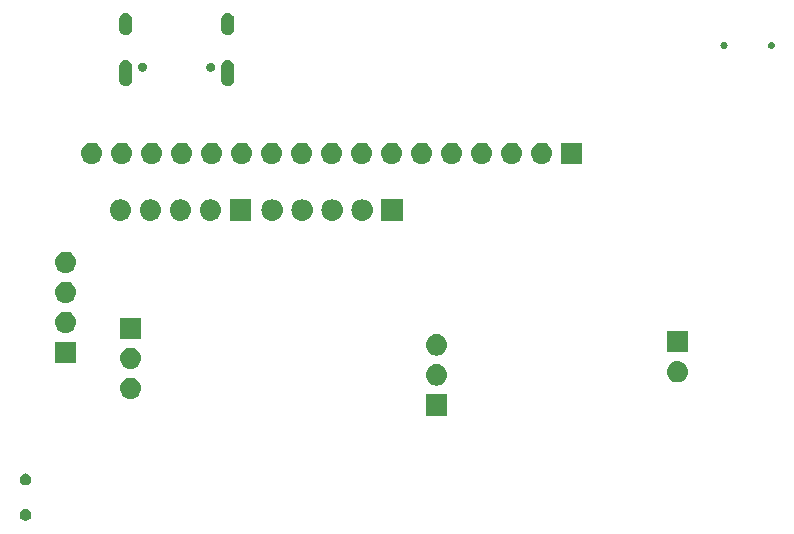
<source format=gbr>
G04 #@! TF.GenerationSoftware,KiCad,Pcbnew,5.1.2*
G04 #@! TF.CreationDate,2019-06-16T23:28:02-05:00*
G04 #@! TF.ProjectId,SM16106,534d3136-3130-4362-9e6b-696361645f70,rev?*
G04 #@! TF.SameCoordinates,Original*
G04 #@! TF.FileFunction,Soldermask,Bot*
G04 #@! TF.FilePolarity,Negative*
%FSLAX46Y46*%
G04 Gerber Fmt 4.6, Leading zero omitted, Abs format (unit mm)*
G04 Created by KiCad (PCBNEW 5.1.2) date 2019-06-16 23:28:02*
%MOMM*%
%LPD*%
G04 APERTURE LIST*
%ADD10C,0.100000*%
G04 APERTURE END LIST*
D10*
G36*
X132797740Y-72208626D02*
G01*
X132846136Y-72218253D01*
X132883902Y-72233896D01*
X132937311Y-72256019D01*
X132937312Y-72256020D01*
X133019369Y-72310848D01*
X133089152Y-72380631D01*
X133089153Y-72380633D01*
X133143981Y-72462689D01*
X133181747Y-72553865D01*
X133201000Y-72650655D01*
X133201000Y-72749345D01*
X133181747Y-72846135D01*
X133143981Y-72937311D01*
X133143980Y-72937312D01*
X133089152Y-73019369D01*
X133019369Y-73089152D01*
X132978062Y-73116752D01*
X132937311Y-73143981D01*
X132883902Y-73166104D01*
X132846136Y-73181747D01*
X132797740Y-73191374D01*
X132749345Y-73201000D01*
X132650655Y-73201000D01*
X132602260Y-73191374D01*
X132553864Y-73181747D01*
X132516098Y-73166104D01*
X132462689Y-73143981D01*
X132421938Y-73116752D01*
X132380631Y-73089152D01*
X132310848Y-73019369D01*
X132256020Y-72937312D01*
X132256019Y-72937311D01*
X132218253Y-72846135D01*
X132199000Y-72749345D01*
X132199000Y-72650655D01*
X132218253Y-72553865D01*
X132256019Y-72462689D01*
X132310847Y-72380633D01*
X132310848Y-72380631D01*
X132380631Y-72310848D01*
X132462688Y-72256020D01*
X132462689Y-72256019D01*
X132516098Y-72233896D01*
X132553864Y-72218253D01*
X132602260Y-72208626D01*
X132650655Y-72199000D01*
X132749345Y-72199000D01*
X132797740Y-72208626D01*
X132797740Y-72208626D01*
G37*
G36*
X132797740Y-69208626D02*
G01*
X132846136Y-69218253D01*
X132883902Y-69233896D01*
X132937311Y-69256019D01*
X132937312Y-69256020D01*
X133019369Y-69310848D01*
X133089152Y-69380631D01*
X133089153Y-69380633D01*
X133143981Y-69462689D01*
X133181747Y-69553865D01*
X133201000Y-69650655D01*
X133201000Y-69749345D01*
X133181747Y-69846135D01*
X133143981Y-69937311D01*
X133143980Y-69937312D01*
X133089152Y-70019369D01*
X133019369Y-70089152D01*
X132978062Y-70116752D01*
X132937311Y-70143981D01*
X132883902Y-70166104D01*
X132846136Y-70181747D01*
X132797740Y-70191374D01*
X132749345Y-70201000D01*
X132650655Y-70201000D01*
X132602260Y-70191374D01*
X132553864Y-70181747D01*
X132516098Y-70166104D01*
X132462689Y-70143981D01*
X132421938Y-70116752D01*
X132380631Y-70089152D01*
X132310848Y-70019369D01*
X132256020Y-69937312D01*
X132256019Y-69937311D01*
X132218253Y-69846135D01*
X132199000Y-69749345D01*
X132199000Y-69650655D01*
X132218253Y-69553865D01*
X132256019Y-69462689D01*
X132310847Y-69380633D01*
X132310848Y-69380631D01*
X132380631Y-69310848D01*
X132462688Y-69256020D01*
X132462689Y-69256019D01*
X132516098Y-69233896D01*
X132553864Y-69218253D01*
X132602260Y-69208626D01*
X132650655Y-69199000D01*
X132749345Y-69199000D01*
X132797740Y-69208626D01*
X132797740Y-69208626D01*
G37*
G36*
X168401000Y-64301000D02*
G01*
X166599000Y-64301000D01*
X166599000Y-62499000D01*
X168401000Y-62499000D01*
X168401000Y-64301000D01*
X168401000Y-64301000D01*
G37*
G36*
X141710443Y-61105519D02*
G01*
X141776627Y-61112037D01*
X141946466Y-61163557D01*
X142102991Y-61247222D01*
X142138729Y-61276552D01*
X142240186Y-61359814D01*
X142294865Y-61426442D01*
X142352778Y-61497009D01*
X142436443Y-61653534D01*
X142487963Y-61823373D01*
X142505359Y-62000000D01*
X142487963Y-62176627D01*
X142436443Y-62346466D01*
X142352778Y-62502991D01*
X142323448Y-62538729D01*
X142240186Y-62640186D01*
X142138729Y-62723448D01*
X142102991Y-62752778D01*
X141946466Y-62836443D01*
X141776627Y-62887963D01*
X141710442Y-62894482D01*
X141644260Y-62901000D01*
X141555740Y-62901000D01*
X141489558Y-62894482D01*
X141423373Y-62887963D01*
X141253534Y-62836443D01*
X141097009Y-62752778D01*
X141061271Y-62723448D01*
X140959814Y-62640186D01*
X140876552Y-62538729D01*
X140847222Y-62502991D01*
X140763557Y-62346466D01*
X140712037Y-62176627D01*
X140694641Y-62000000D01*
X140712037Y-61823373D01*
X140763557Y-61653534D01*
X140847222Y-61497009D01*
X140905135Y-61426442D01*
X140959814Y-61359814D01*
X141061271Y-61276552D01*
X141097009Y-61247222D01*
X141253534Y-61163557D01*
X141423373Y-61112037D01*
X141489557Y-61105519D01*
X141555740Y-61099000D01*
X141644260Y-61099000D01*
X141710443Y-61105519D01*
X141710443Y-61105519D01*
G37*
G36*
X167610443Y-59965519D02*
G01*
X167676627Y-59972037D01*
X167846466Y-60023557D01*
X168002991Y-60107222D01*
X168038729Y-60136552D01*
X168140186Y-60219814D01*
X168223448Y-60321271D01*
X168252778Y-60357009D01*
X168336443Y-60513534D01*
X168387963Y-60683373D01*
X168405359Y-60860000D01*
X168387963Y-61036627D01*
X168336443Y-61206466D01*
X168252778Y-61362991D01*
X168223448Y-61398729D01*
X168140186Y-61500186D01*
X168038729Y-61583448D01*
X168002991Y-61612778D01*
X167846466Y-61696443D01*
X167676627Y-61747963D01*
X167610442Y-61754482D01*
X167544260Y-61761000D01*
X167455740Y-61761000D01*
X167389558Y-61754482D01*
X167323373Y-61747963D01*
X167153534Y-61696443D01*
X166997009Y-61612778D01*
X166961271Y-61583448D01*
X166859814Y-61500186D01*
X166776552Y-61398729D01*
X166747222Y-61362991D01*
X166663557Y-61206466D01*
X166612037Y-61036627D01*
X166594641Y-60860000D01*
X166612037Y-60683373D01*
X166663557Y-60513534D01*
X166747222Y-60357009D01*
X166776552Y-60321271D01*
X166859814Y-60219814D01*
X166961271Y-60136552D01*
X166997009Y-60107222D01*
X167153534Y-60023557D01*
X167323373Y-59972037D01*
X167389557Y-59965519D01*
X167455740Y-59959000D01*
X167544260Y-59959000D01*
X167610443Y-59965519D01*
X167610443Y-59965519D01*
G37*
G36*
X188010443Y-59695519D02*
G01*
X188076627Y-59702037D01*
X188246466Y-59753557D01*
X188402991Y-59837222D01*
X188407594Y-59841000D01*
X188540186Y-59949814D01*
X188600704Y-60023557D01*
X188652778Y-60087009D01*
X188736443Y-60243534D01*
X188787963Y-60413373D01*
X188805359Y-60590000D01*
X188787963Y-60766627D01*
X188736443Y-60936466D01*
X188652778Y-61092991D01*
X188637147Y-61112037D01*
X188540186Y-61230186D01*
X188438729Y-61313448D01*
X188402991Y-61342778D01*
X188246466Y-61426443D01*
X188076627Y-61477963D01*
X188010442Y-61484482D01*
X187944260Y-61491000D01*
X187855740Y-61491000D01*
X187789558Y-61484482D01*
X187723373Y-61477963D01*
X187553534Y-61426443D01*
X187397009Y-61342778D01*
X187361271Y-61313448D01*
X187259814Y-61230186D01*
X187162853Y-61112037D01*
X187147222Y-61092991D01*
X187063557Y-60936466D01*
X187012037Y-60766627D01*
X186994641Y-60590000D01*
X187012037Y-60413373D01*
X187063557Y-60243534D01*
X187147222Y-60087009D01*
X187199296Y-60023557D01*
X187259814Y-59949814D01*
X187392406Y-59841000D01*
X187397009Y-59837222D01*
X187553534Y-59753557D01*
X187723373Y-59702037D01*
X187789557Y-59695519D01*
X187855740Y-59689000D01*
X187944260Y-59689000D01*
X188010443Y-59695519D01*
X188010443Y-59695519D01*
G37*
G36*
X141710442Y-58565518D02*
G01*
X141776627Y-58572037D01*
X141946466Y-58623557D01*
X142102991Y-58707222D01*
X142138729Y-58736552D01*
X142240186Y-58819814D01*
X142323448Y-58921271D01*
X142352778Y-58957009D01*
X142436443Y-59113534D01*
X142487963Y-59283373D01*
X142505359Y-59460000D01*
X142487963Y-59636627D01*
X142436443Y-59806466D01*
X142352778Y-59962991D01*
X142345354Y-59972037D01*
X142240186Y-60100186D01*
X142138729Y-60183448D01*
X142102991Y-60212778D01*
X141946466Y-60296443D01*
X141776627Y-60347963D01*
X141710442Y-60354482D01*
X141644260Y-60361000D01*
X141555740Y-60361000D01*
X141489558Y-60354482D01*
X141423373Y-60347963D01*
X141253534Y-60296443D01*
X141097009Y-60212778D01*
X141061271Y-60183448D01*
X140959814Y-60100186D01*
X140854646Y-59972037D01*
X140847222Y-59962991D01*
X140763557Y-59806466D01*
X140712037Y-59636627D01*
X140694641Y-59460000D01*
X140712037Y-59283373D01*
X140763557Y-59113534D01*
X140847222Y-58957009D01*
X140876552Y-58921271D01*
X140959814Y-58819814D01*
X141061271Y-58736552D01*
X141097009Y-58707222D01*
X141253534Y-58623557D01*
X141423373Y-58572037D01*
X141489558Y-58565518D01*
X141555740Y-58559000D01*
X141644260Y-58559000D01*
X141710442Y-58565518D01*
X141710442Y-58565518D01*
G37*
G36*
X137001000Y-59841000D02*
G01*
X135199000Y-59841000D01*
X135199000Y-58039000D01*
X137001000Y-58039000D01*
X137001000Y-59841000D01*
X137001000Y-59841000D01*
G37*
G36*
X167610442Y-57425518D02*
G01*
X167676627Y-57432037D01*
X167846466Y-57483557D01*
X168002991Y-57567222D01*
X168038729Y-57596552D01*
X168140186Y-57679814D01*
X168223448Y-57781271D01*
X168252778Y-57817009D01*
X168336443Y-57973534D01*
X168387963Y-58143373D01*
X168405359Y-58320000D01*
X168387963Y-58496627D01*
X168336443Y-58666466D01*
X168252778Y-58822991D01*
X168223448Y-58858729D01*
X168140186Y-58960186D01*
X168038729Y-59043448D01*
X168002991Y-59072778D01*
X167846466Y-59156443D01*
X167676627Y-59207963D01*
X167610443Y-59214481D01*
X167544260Y-59221000D01*
X167455740Y-59221000D01*
X167389557Y-59214481D01*
X167323373Y-59207963D01*
X167153534Y-59156443D01*
X166997009Y-59072778D01*
X166961271Y-59043448D01*
X166859814Y-58960186D01*
X166776552Y-58858729D01*
X166747222Y-58822991D01*
X166663557Y-58666466D01*
X166612037Y-58496627D01*
X166594641Y-58320000D01*
X166612037Y-58143373D01*
X166663557Y-57973534D01*
X166747222Y-57817009D01*
X166776552Y-57781271D01*
X166859814Y-57679814D01*
X166961271Y-57596552D01*
X166997009Y-57567222D01*
X167153534Y-57483557D01*
X167323373Y-57432037D01*
X167389558Y-57425518D01*
X167455740Y-57419000D01*
X167544260Y-57419000D01*
X167610442Y-57425518D01*
X167610442Y-57425518D01*
G37*
G36*
X188801000Y-58951000D02*
G01*
X186999000Y-58951000D01*
X186999000Y-57149000D01*
X188801000Y-57149000D01*
X188801000Y-58951000D01*
X188801000Y-58951000D01*
G37*
G36*
X142501000Y-57821000D02*
G01*
X140699000Y-57821000D01*
X140699000Y-56019000D01*
X142501000Y-56019000D01*
X142501000Y-57821000D01*
X142501000Y-57821000D01*
G37*
G36*
X136210443Y-55505519D02*
G01*
X136276627Y-55512037D01*
X136446466Y-55563557D01*
X136602991Y-55647222D01*
X136638729Y-55676552D01*
X136740186Y-55759814D01*
X136823448Y-55861271D01*
X136852778Y-55897009D01*
X136936443Y-56053534D01*
X136987963Y-56223373D01*
X137005359Y-56400000D01*
X136987963Y-56576627D01*
X136936443Y-56746466D01*
X136852778Y-56902991D01*
X136823448Y-56938729D01*
X136740186Y-57040186D01*
X136638729Y-57123448D01*
X136602991Y-57152778D01*
X136446466Y-57236443D01*
X136276627Y-57287963D01*
X136210443Y-57294481D01*
X136144260Y-57301000D01*
X136055740Y-57301000D01*
X135989557Y-57294481D01*
X135923373Y-57287963D01*
X135753534Y-57236443D01*
X135597009Y-57152778D01*
X135561271Y-57123448D01*
X135459814Y-57040186D01*
X135376552Y-56938729D01*
X135347222Y-56902991D01*
X135263557Y-56746466D01*
X135212037Y-56576627D01*
X135194641Y-56400000D01*
X135212037Y-56223373D01*
X135263557Y-56053534D01*
X135347222Y-55897009D01*
X135376552Y-55861271D01*
X135459814Y-55759814D01*
X135561271Y-55676552D01*
X135597009Y-55647222D01*
X135753534Y-55563557D01*
X135923373Y-55512037D01*
X135989557Y-55505519D01*
X136055740Y-55499000D01*
X136144260Y-55499000D01*
X136210443Y-55505519D01*
X136210443Y-55505519D01*
G37*
G36*
X136210443Y-52965519D02*
G01*
X136276627Y-52972037D01*
X136446466Y-53023557D01*
X136602991Y-53107222D01*
X136638729Y-53136552D01*
X136740186Y-53219814D01*
X136823448Y-53321271D01*
X136852778Y-53357009D01*
X136936443Y-53513534D01*
X136987963Y-53683373D01*
X137005359Y-53860000D01*
X136987963Y-54036627D01*
X136936443Y-54206466D01*
X136852778Y-54362991D01*
X136823448Y-54398729D01*
X136740186Y-54500186D01*
X136638729Y-54583448D01*
X136602991Y-54612778D01*
X136446466Y-54696443D01*
X136276627Y-54747963D01*
X136210442Y-54754482D01*
X136144260Y-54761000D01*
X136055740Y-54761000D01*
X135989558Y-54754482D01*
X135923373Y-54747963D01*
X135753534Y-54696443D01*
X135597009Y-54612778D01*
X135561271Y-54583448D01*
X135459814Y-54500186D01*
X135376552Y-54398729D01*
X135347222Y-54362991D01*
X135263557Y-54206466D01*
X135212037Y-54036627D01*
X135194641Y-53860000D01*
X135212037Y-53683373D01*
X135263557Y-53513534D01*
X135347222Y-53357009D01*
X135376552Y-53321271D01*
X135459814Y-53219814D01*
X135561271Y-53136552D01*
X135597009Y-53107222D01*
X135753534Y-53023557D01*
X135923373Y-52972037D01*
X135989557Y-52965519D01*
X136055740Y-52959000D01*
X136144260Y-52959000D01*
X136210443Y-52965519D01*
X136210443Y-52965519D01*
G37*
G36*
X136210443Y-50425519D02*
G01*
X136276627Y-50432037D01*
X136446466Y-50483557D01*
X136602991Y-50567222D01*
X136638729Y-50596552D01*
X136740186Y-50679814D01*
X136823448Y-50781271D01*
X136852778Y-50817009D01*
X136936443Y-50973534D01*
X136987963Y-51143373D01*
X137005359Y-51320000D01*
X136987963Y-51496627D01*
X136936443Y-51666466D01*
X136852778Y-51822991D01*
X136823448Y-51858729D01*
X136740186Y-51960186D01*
X136638729Y-52043448D01*
X136602991Y-52072778D01*
X136446466Y-52156443D01*
X136276627Y-52207963D01*
X136210443Y-52214481D01*
X136144260Y-52221000D01*
X136055740Y-52221000D01*
X135989557Y-52214481D01*
X135923373Y-52207963D01*
X135753534Y-52156443D01*
X135597009Y-52072778D01*
X135561271Y-52043448D01*
X135459814Y-51960186D01*
X135376552Y-51858729D01*
X135347222Y-51822991D01*
X135263557Y-51666466D01*
X135212037Y-51496627D01*
X135194641Y-51320000D01*
X135212037Y-51143373D01*
X135263557Y-50973534D01*
X135347222Y-50817009D01*
X135376552Y-50781271D01*
X135459814Y-50679814D01*
X135561271Y-50596552D01*
X135597009Y-50567222D01*
X135753534Y-50483557D01*
X135923373Y-50432037D01*
X135989557Y-50425519D01*
X136055740Y-50419000D01*
X136144260Y-50419000D01*
X136210443Y-50425519D01*
X136210443Y-50425519D01*
G37*
G36*
X158770442Y-46005518D02*
G01*
X158836627Y-46012037D01*
X159006466Y-46063557D01*
X159162991Y-46147222D01*
X159198729Y-46176552D01*
X159300186Y-46259814D01*
X159383448Y-46361271D01*
X159412778Y-46397009D01*
X159496443Y-46553534D01*
X159547963Y-46723373D01*
X159565359Y-46900000D01*
X159547963Y-47076627D01*
X159496443Y-47246466D01*
X159412778Y-47402991D01*
X159383448Y-47438729D01*
X159300186Y-47540186D01*
X159198729Y-47623448D01*
X159162991Y-47652778D01*
X159006466Y-47736443D01*
X158836627Y-47787963D01*
X158770442Y-47794482D01*
X158704260Y-47801000D01*
X158615740Y-47801000D01*
X158549558Y-47794482D01*
X158483373Y-47787963D01*
X158313534Y-47736443D01*
X158157009Y-47652778D01*
X158121271Y-47623448D01*
X158019814Y-47540186D01*
X157936552Y-47438729D01*
X157907222Y-47402991D01*
X157823557Y-47246466D01*
X157772037Y-47076627D01*
X157754641Y-46900000D01*
X157772037Y-46723373D01*
X157823557Y-46553534D01*
X157907222Y-46397009D01*
X157936552Y-46361271D01*
X158019814Y-46259814D01*
X158121271Y-46176552D01*
X158157009Y-46147222D01*
X158313534Y-46063557D01*
X158483373Y-46012037D01*
X158549558Y-46005518D01*
X158615740Y-45999000D01*
X158704260Y-45999000D01*
X158770442Y-46005518D01*
X158770442Y-46005518D01*
G37*
G36*
X145930442Y-46005518D02*
G01*
X145996627Y-46012037D01*
X146166466Y-46063557D01*
X146322991Y-46147222D01*
X146358729Y-46176552D01*
X146460186Y-46259814D01*
X146543448Y-46361271D01*
X146572778Y-46397009D01*
X146656443Y-46553534D01*
X146707963Y-46723373D01*
X146725359Y-46900000D01*
X146707963Y-47076627D01*
X146656443Y-47246466D01*
X146572778Y-47402991D01*
X146543448Y-47438729D01*
X146460186Y-47540186D01*
X146358729Y-47623448D01*
X146322991Y-47652778D01*
X146166466Y-47736443D01*
X145996627Y-47787963D01*
X145930442Y-47794482D01*
X145864260Y-47801000D01*
X145775740Y-47801000D01*
X145709558Y-47794482D01*
X145643373Y-47787963D01*
X145473534Y-47736443D01*
X145317009Y-47652778D01*
X145281271Y-47623448D01*
X145179814Y-47540186D01*
X145096552Y-47438729D01*
X145067222Y-47402991D01*
X144983557Y-47246466D01*
X144932037Y-47076627D01*
X144914641Y-46900000D01*
X144932037Y-46723373D01*
X144983557Y-46553534D01*
X145067222Y-46397009D01*
X145096552Y-46361271D01*
X145179814Y-46259814D01*
X145281271Y-46176552D01*
X145317009Y-46147222D01*
X145473534Y-46063557D01*
X145643373Y-46012037D01*
X145709558Y-46005518D01*
X145775740Y-45999000D01*
X145864260Y-45999000D01*
X145930442Y-46005518D01*
X145930442Y-46005518D01*
G37*
G36*
X148470442Y-46005518D02*
G01*
X148536627Y-46012037D01*
X148706466Y-46063557D01*
X148862991Y-46147222D01*
X148898729Y-46176552D01*
X149000186Y-46259814D01*
X149083448Y-46361271D01*
X149112778Y-46397009D01*
X149196443Y-46553534D01*
X149247963Y-46723373D01*
X149265359Y-46900000D01*
X149247963Y-47076627D01*
X149196443Y-47246466D01*
X149112778Y-47402991D01*
X149083448Y-47438729D01*
X149000186Y-47540186D01*
X148898729Y-47623448D01*
X148862991Y-47652778D01*
X148706466Y-47736443D01*
X148536627Y-47787963D01*
X148470442Y-47794482D01*
X148404260Y-47801000D01*
X148315740Y-47801000D01*
X148249558Y-47794482D01*
X148183373Y-47787963D01*
X148013534Y-47736443D01*
X147857009Y-47652778D01*
X147821271Y-47623448D01*
X147719814Y-47540186D01*
X147636552Y-47438729D01*
X147607222Y-47402991D01*
X147523557Y-47246466D01*
X147472037Y-47076627D01*
X147454641Y-46900000D01*
X147472037Y-46723373D01*
X147523557Y-46553534D01*
X147607222Y-46397009D01*
X147636552Y-46361271D01*
X147719814Y-46259814D01*
X147821271Y-46176552D01*
X147857009Y-46147222D01*
X148013534Y-46063557D01*
X148183373Y-46012037D01*
X148249558Y-46005518D01*
X148315740Y-45999000D01*
X148404260Y-45999000D01*
X148470442Y-46005518D01*
X148470442Y-46005518D01*
G37*
G36*
X151801000Y-47801000D02*
G01*
X149999000Y-47801000D01*
X149999000Y-45999000D01*
X151801000Y-45999000D01*
X151801000Y-47801000D01*
X151801000Y-47801000D01*
G37*
G36*
X153690442Y-46005518D02*
G01*
X153756627Y-46012037D01*
X153926466Y-46063557D01*
X154082991Y-46147222D01*
X154118729Y-46176552D01*
X154220186Y-46259814D01*
X154303448Y-46361271D01*
X154332778Y-46397009D01*
X154416443Y-46553534D01*
X154467963Y-46723373D01*
X154485359Y-46900000D01*
X154467963Y-47076627D01*
X154416443Y-47246466D01*
X154332778Y-47402991D01*
X154303448Y-47438729D01*
X154220186Y-47540186D01*
X154118729Y-47623448D01*
X154082991Y-47652778D01*
X153926466Y-47736443D01*
X153756627Y-47787963D01*
X153690442Y-47794482D01*
X153624260Y-47801000D01*
X153535740Y-47801000D01*
X153469558Y-47794482D01*
X153403373Y-47787963D01*
X153233534Y-47736443D01*
X153077009Y-47652778D01*
X153041271Y-47623448D01*
X152939814Y-47540186D01*
X152856552Y-47438729D01*
X152827222Y-47402991D01*
X152743557Y-47246466D01*
X152692037Y-47076627D01*
X152674641Y-46900000D01*
X152692037Y-46723373D01*
X152743557Y-46553534D01*
X152827222Y-46397009D01*
X152856552Y-46361271D01*
X152939814Y-46259814D01*
X153041271Y-46176552D01*
X153077009Y-46147222D01*
X153233534Y-46063557D01*
X153403373Y-46012037D01*
X153469558Y-46005518D01*
X153535740Y-45999000D01*
X153624260Y-45999000D01*
X153690442Y-46005518D01*
X153690442Y-46005518D01*
G37*
G36*
X140850442Y-46005518D02*
G01*
X140916627Y-46012037D01*
X141086466Y-46063557D01*
X141242991Y-46147222D01*
X141278729Y-46176552D01*
X141380186Y-46259814D01*
X141463448Y-46361271D01*
X141492778Y-46397009D01*
X141576443Y-46553534D01*
X141627963Y-46723373D01*
X141645359Y-46900000D01*
X141627963Y-47076627D01*
X141576443Y-47246466D01*
X141492778Y-47402991D01*
X141463448Y-47438729D01*
X141380186Y-47540186D01*
X141278729Y-47623448D01*
X141242991Y-47652778D01*
X141086466Y-47736443D01*
X140916627Y-47787963D01*
X140850442Y-47794482D01*
X140784260Y-47801000D01*
X140695740Y-47801000D01*
X140629558Y-47794482D01*
X140563373Y-47787963D01*
X140393534Y-47736443D01*
X140237009Y-47652778D01*
X140201271Y-47623448D01*
X140099814Y-47540186D01*
X140016552Y-47438729D01*
X139987222Y-47402991D01*
X139903557Y-47246466D01*
X139852037Y-47076627D01*
X139834641Y-46900000D01*
X139852037Y-46723373D01*
X139903557Y-46553534D01*
X139987222Y-46397009D01*
X140016552Y-46361271D01*
X140099814Y-46259814D01*
X140201271Y-46176552D01*
X140237009Y-46147222D01*
X140393534Y-46063557D01*
X140563373Y-46012037D01*
X140629558Y-46005518D01*
X140695740Y-45999000D01*
X140784260Y-45999000D01*
X140850442Y-46005518D01*
X140850442Y-46005518D01*
G37*
G36*
X143390442Y-46005518D02*
G01*
X143456627Y-46012037D01*
X143626466Y-46063557D01*
X143782991Y-46147222D01*
X143818729Y-46176552D01*
X143920186Y-46259814D01*
X144003448Y-46361271D01*
X144032778Y-46397009D01*
X144116443Y-46553534D01*
X144167963Y-46723373D01*
X144185359Y-46900000D01*
X144167963Y-47076627D01*
X144116443Y-47246466D01*
X144032778Y-47402991D01*
X144003448Y-47438729D01*
X143920186Y-47540186D01*
X143818729Y-47623448D01*
X143782991Y-47652778D01*
X143626466Y-47736443D01*
X143456627Y-47787963D01*
X143390442Y-47794482D01*
X143324260Y-47801000D01*
X143235740Y-47801000D01*
X143169558Y-47794482D01*
X143103373Y-47787963D01*
X142933534Y-47736443D01*
X142777009Y-47652778D01*
X142741271Y-47623448D01*
X142639814Y-47540186D01*
X142556552Y-47438729D01*
X142527222Y-47402991D01*
X142443557Y-47246466D01*
X142392037Y-47076627D01*
X142374641Y-46900000D01*
X142392037Y-46723373D01*
X142443557Y-46553534D01*
X142527222Y-46397009D01*
X142556552Y-46361271D01*
X142639814Y-46259814D01*
X142741271Y-46176552D01*
X142777009Y-46147222D01*
X142933534Y-46063557D01*
X143103373Y-46012037D01*
X143169558Y-46005518D01*
X143235740Y-45999000D01*
X143324260Y-45999000D01*
X143390442Y-46005518D01*
X143390442Y-46005518D01*
G37*
G36*
X156230442Y-46005518D02*
G01*
X156296627Y-46012037D01*
X156466466Y-46063557D01*
X156622991Y-46147222D01*
X156658729Y-46176552D01*
X156760186Y-46259814D01*
X156843448Y-46361271D01*
X156872778Y-46397009D01*
X156956443Y-46553534D01*
X157007963Y-46723373D01*
X157025359Y-46900000D01*
X157007963Y-47076627D01*
X156956443Y-47246466D01*
X156872778Y-47402991D01*
X156843448Y-47438729D01*
X156760186Y-47540186D01*
X156658729Y-47623448D01*
X156622991Y-47652778D01*
X156466466Y-47736443D01*
X156296627Y-47787963D01*
X156230442Y-47794482D01*
X156164260Y-47801000D01*
X156075740Y-47801000D01*
X156009558Y-47794482D01*
X155943373Y-47787963D01*
X155773534Y-47736443D01*
X155617009Y-47652778D01*
X155581271Y-47623448D01*
X155479814Y-47540186D01*
X155396552Y-47438729D01*
X155367222Y-47402991D01*
X155283557Y-47246466D01*
X155232037Y-47076627D01*
X155214641Y-46900000D01*
X155232037Y-46723373D01*
X155283557Y-46553534D01*
X155367222Y-46397009D01*
X155396552Y-46361271D01*
X155479814Y-46259814D01*
X155581271Y-46176552D01*
X155617009Y-46147222D01*
X155773534Y-46063557D01*
X155943373Y-46012037D01*
X156009558Y-46005518D01*
X156075740Y-45999000D01*
X156164260Y-45999000D01*
X156230442Y-46005518D01*
X156230442Y-46005518D01*
G37*
G36*
X161310442Y-46005518D02*
G01*
X161376627Y-46012037D01*
X161546466Y-46063557D01*
X161702991Y-46147222D01*
X161738729Y-46176552D01*
X161840186Y-46259814D01*
X161923448Y-46361271D01*
X161952778Y-46397009D01*
X162036443Y-46553534D01*
X162087963Y-46723373D01*
X162105359Y-46900000D01*
X162087963Y-47076627D01*
X162036443Y-47246466D01*
X161952778Y-47402991D01*
X161923448Y-47438729D01*
X161840186Y-47540186D01*
X161738729Y-47623448D01*
X161702991Y-47652778D01*
X161546466Y-47736443D01*
X161376627Y-47787963D01*
X161310442Y-47794482D01*
X161244260Y-47801000D01*
X161155740Y-47801000D01*
X161089558Y-47794482D01*
X161023373Y-47787963D01*
X160853534Y-47736443D01*
X160697009Y-47652778D01*
X160661271Y-47623448D01*
X160559814Y-47540186D01*
X160476552Y-47438729D01*
X160447222Y-47402991D01*
X160363557Y-47246466D01*
X160312037Y-47076627D01*
X160294641Y-46900000D01*
X160312037Y-46723373D01*
X160363557Y-46553534D01*
X160447222Y-46397009D01*
X160476552Y-46361271D01*
X160559814Y-46259814D01*
X160661271Y-46176552D01*
X160697009Y-46147222D01*
X160853534Y-46063557D01*
X161023373Y-46012037D01*
X161089558Y-46005518D01*
X161155740Y-45999000D01*
X161244260Y-45999000D01*
X161310442Y-46005518D01*
X161310442Y-46005518D01*
G37*
G36*
X164641000Y-47801000D02*
G01*
X162839000Y-47801000D01*
X162839000Y-45999000D01*
X164641000Y-45999000D01*
X164641000Y-47801000D01*
X164641000Y-47801000D01*
G37*
G36*
X176510443Y-41205519D02*
G01*
X176576627Y-41212037D01*
X176746466Y-41263557D01*
X176902991Y-41347222D01*
X176938729Y-41376552D01*
X177040186Y-41459814D01*
X177123448Y-41561271D01*
X177152778Y-41597009D01*
X177236443Y-41753534D01*
X177287963Y-41923373D01*
X177305359Y-42100000D01*
X177287963Y-42276627D01*
X177236443Y-42446466D01*
X177152778Y-42602991D01*
X177123448Y-42638729D01*
X177040186Y-42740186D01*
X176938729Y-42823448D01*
X176902991Y-42852778D01*
X176746466Y-42936443D01*
X176576627Y-42987963D01*
X176510443Y-42994481D01*
X176444260Y-43001000D01*
X176355740Y-43001000D01*
X176289558Y-42994482D01*
X176223373Y-42987963D01*
X176053534Y-42936443D01*
X175897009Y-42852778D01*
X175861271Y-42823448D01*
X175759814Y-42740186D01*
X175676552Y-42638729D01*
X175647222Y-42602991D01*
X175563557Y-42446466D01*
X175512037Y-42276627D01*
X175494641Y-42100000D01*
X175512037Y-41923373D01*
X175563557Y-41753534D01*
X175647222Y-41597009D01*
X175676552Y-41561271D01*
X175759814Y-41459814D01*
X175861271Y-41376552D01*
X175897009Y-41347222D01*
X176053534Y-41263557D01*
X176223373Y-41212037D01*
X176289557Y-41205519D01*
X176355740Y-41199000D01*
X176444260Y-41199000D01*
X176510443Y-41205519D01*
X176510443Y-41205519D01*
G37*
G36*
X156190443Y-41205519D02*
G01*
X156256627Y-41212037D01*
X156426466Y-41263557D01*
X156582991Y-41347222D01*
X156618729Y-41376552D01*
X156720186Y-41459814D01*
X156803448Y-41561271D01*
X156832778Y-41597009D01*
X156916443Y-41753534D01*
X156967963Y-41923373D01*
X156985359Y-42100000D01*
X156967963Y-42276627D01*
X156916443Y-42446466D01*
X156832778Y-42602991D01*
X156803448Y-42638729D01*
X156720186Y-42740186D01*
X156618729Y-42823448D01*
X156582991Y-42852778D01*
X156426466Y-42936443D01*
X156256627Y-42987963D01*
X156190443Y-42994481D01*
X156124260Y-43001000D01*
X156035740Y-43001000D01*
X155969558Y-42994482D01*
X155903373Y-42987963D01*
X155733534Y-42936443D01*
X155577009Y-42852778D01*
X155541271Y-42823448D01*
X155439814Y-42740186D01*
X155356552Y-42638729D01*
X155327222Y-42602991D01*
X155243557Y-42446466D01*
X155192037Y-42276627D01*
X155174641Y-42100000D01*
X155192037Y-41923373D01*
X155243557Y-41753534D01*
X155327222Y-41597009D01*
X155356552Y-41561271D01*
X155439814Y-41459814D01*
X155541271Y-41376552D01*
X155577009Y-41347222D01*
X155733534Y-41263557D01*
X155903373Y-41212037D01*
X155969557Y-41205519D01*
X156035740Y-41199000D01*
X156124260Y-41199000D01*
X156190443Y-41205519D01*
X156190443Y-41205519D01*
G37*
G36*
X158730443Y-41205519D02*
G01*
X158796627Y-41212037D01*
X158966466Y-41263557D01*
X159122991Y-41347222D01*
X159158729Y-41376552D01*
X159260186Y-41459814D01*
X159343448Y-41561271D01*
X159372778Y-41597009D01*
X159456443Y-41753534D01*
X159507963Y-41923373D01*
X159525359Y-42100000D01*
X159507963Y-42276627D01*
X159456443Y-42446466D01*
X159372778Y-42602991D01*
X159343448Y-42638729D01*
X159260186Y-42740186D01*
X159158729Y-42823448D01*
X159122991Y-42852778D01*
X158966466Y-42936443D01*
X158796627Y-42987963D01*
X158730443Y-42994481D01*
X158664260Y-43001000D01*
X158575740Y-43001000D01*
X158509558Y-42994482D01*
X158443373Y-42987963D01*
X158273534Y-42936443D01*
X158117009Y-42852778D01*
X158081271Y-42823448D01*
X157979814Y-42740186D01*
X157896552Y-42638729D01*
X157867222Y-42602991D01*
X157783557Y-42446466D01*
X157732037Y-42276627D01*
X157714641Y-42100000D01*
X157732037Y-41923373D01*
X157783557Y-41753534D01*
X157867222Y-41597009D01*
X157896552Y-41561271D01*
X157979814Y-41459814D01*
X158081271Y-41376552D01*
X158117009Y-41347222D01*
X158273534Y-41263557D01*
X158443373Y-41212037D01*
X158509557Y-41205519D01*
X158575740Y-41199000D01*
X158664260Y-41199000D01*
X158730443Y-41205519D01*
X158730443Y-41205519D01*
G37*
G36*
X161270443Y-41205519D02*
G01*
X161336627Y-41212037D01*
X161506466Y-41263557D01*
X161662991Y-41347222D01*
X161698729Y-41376552D01*
X161800186Y-41459814D01*
X161883448Y-41561271D01*
X161912778Y-41597009D01*
X161996443Y-41753534D01*
X162047963Y-41923373D01*
X162065359Y-42100000D01*
X162047963Y-42276627D01*
X161996443Y-42446466D01*
X161912778Y-42602991D01*
X161883448Y-42638729D01*
X161800186Y-42740186D01*
X161698729Y-42823448D01*
X161662991Y-42852778D01*
X161506466Y-42936443D01*
X161336627Y-42987963D01*
X161270443Y-42994481D01*
X161204260Y-43001000D01*
X161115740Y-43001000D01*
X161049558Y-42994482D01*
X160983373Y-42987963D01*
X160813534Y-42936443D01*
X160657009Y-42852778D01*
X160621271Y-42823448D01*
X160519814Y-42740186D01*
X160436552Y-42638729D01*
X160407222Y-42602991D01*
X160323557Y-42446466D01*
X160272037Y-42276627D01*
X160254641Y-42100000D01*
X160272037Y-41923373D01*
X160323557Y-41753534D01*
X160407222Y-41597009D01*
X160436552Y-41561271D01*
X160519814Y-41459814D01*
X160621271Y-41376552D01*
X160657009Y-41347222D01*
X160813534Y-41263557D01*
X160983373Y-41212037D01*
X161049557Y-41205519D01*
X161115740Y-41199000D01*
X161204260Y-41199000D01*
X161270443Y-41205519D01*
X161270443Y-41205519D01*
G37*
G36*
X163810443Y-41205519D02*
G01*
X163876627Y-41212037D01*
X164046466Y-41263557D01*
X164202991Y-41347222D01*
X164238729Y-41376552D01*
X164340186Y-41459814D01*
X164423448Y-41561271D01*
X164452778Y-41597009D01*
X164536443Y-41753534D01*
X164587963Y-41923373D01*
X164605359Y-42100000D01*
X164587963Y-42276627D01*
X164536443Y-42446466D01*
X164452778Y-42602991D01*
X164423448Y-42638729D01*
X164340186Y-42740186D01*
X164238729Y-42823448D01*
X164202991Y-42852778D01*
X164046466Y-42936443D01*
X163876627Y-42987963D01*
X163810443Y-42994481D01*
X163744260Y-43001000D01*
X163655740Y-43001000D01*
X163589558Y-42994482D01*
X163523373Y-42987963D01*
X163353534Y-42936443D01*
X163197009Y-42852778D01*
X163161271Y-42823448D01*
X163059814Y-42740186D01*
X162976552Y-42638729D01*
X162947222Y-42602991D01*
X162863557Y-42446466D01*
X162812037Y-42276627D01*
X162794641Y-42100000D01*
X162812037Y-41923373D01*
X162863557Y-41753534D01*
X162947222Y-41597009D01*
X162976552Y-41561271D01*
X163059814Y-41459814D01*
X163161271Y-41376552D01*
X163197009Y-41347222D01*
X163353534Y-41263557D01*
X163523373Y-41212037D01*
X163589557Y-41205519D01*
X163655740Y-41199000D01*
X163744260Y-41199000D01*
X163810443Y-41205519D01*
X163810443Y-41205519D01*
G37*
G36*
X166350443Y-41205519D02*
G01*
X166416627Y-41212037D01*
X166586466Y-41263557D01*
X166742991Y-41347222D01*
X166778729Y-41376552D01*
X166880186Y-41459814D01*
X166963448Y-41561271D01*
X166992778Y-41597009D01*
X167076443Y-41753534D01*
X167127963Y-41923373D01*
X167145359Y-42100000D01*
X167127963Y-42276627D01*
X167076443Y-42446466D01*
X166992778Y-42602991D01*
X166963448Y-42638729D01*
X166880186Y-42740186D01*
X166778729Y-42823448D01*
X166742991Y-42852778D01*
X166586466Y-42936443D01*
X166416627Y-42987963D01*
X166350443Y-42994481D01*
X166284260Y-43001000D01*
X166195740Y-43001000D01*
X166129558Y-42994482D01*
X166063373Y-42987963D01*
X165893534Y-42936443D01*
X165737009Y-42852778D01*
X165701271Y-42823448D01*
X165599814Y-42740186D01*
X165516552Y-42638729D01*
X165487222Y-42602991D01*
X165403557Y-42446466D01*
X165352037Y-42276627D01*
X165334641Y-42100000D01*
X165352037Y-41923373D01*
X165403557Y-41753534D01*
X165487222Y-41597009D01*
X165516552Y-41561271D01*
X165599814Y-41459814D01*
X165701271Y-41376552D01*
X165737009Y-41347222D01*
X165893534Y-41263557D01*
X166063373Y-41212037D01*
X166129557Y-41205519D01*
X166195740Y-41199000D01*
X166284260Y-41199000D01*
X166350443Y-41205519D01*
X166350443Y-41205519D01*
G37*
G36*
X168890443Y-41205519D02*
G01*
X168956627Y-41212037D01*
X169126466Y-41263557D01*
X169282991Y-41347222D01*
X169318729Y-41376552D01*
X169420186Y-41459814D01*
X169503448Y-41561271D01*
X169532778Y-41597009D01*
X169616443Y-41753534D01*
X169667963Y-41923373D01*
X169685359Y-42100000D01*
X169667963Y-42276627D01*
X169616443Y-42446466D01*
X169532778Y-42602991D01*
X169503448Y-42638729D01*
X169420186Y-42740186D01*
X169318729Y-42823448D01*
X169282991Y-42852778D01*
X169126466Y-42936443D01*
X168956627Y-42987963D01*
X168890443Y-42994481D01*
X168824260Y-43001000D01*
X168735740Y-43001000D01*
X168669558Y-42994482D01*
X168603373Y-42987963D01*
X168433534Y-42936443D01*
X168277009Y-42852778D01*
X168241271Y-42823448D01*
X168139814Y-42740186D01*
X168056552Y-42638729D01*
X168027222Y-42602991D01*
X167943557Y-42446466D01*
X167892037Y-42276627D01*
X167874641Y-42100000D01*
X167892037Y-41923373D01*
X167943557Y-41753534D01*
X168027222Y-41597009D01*
X168056552Y-41561271D01*
X168139814Y-41459814D01*
X168241271Y-41376552D01*
X168277009Y-41347222D01*
X168433534Y-41263557D01*
X168603373Y-41212037D01*
X168669557Y-41205519D01*
X168735740Y-41199000D01*
X168824260Y-41199000D01*
X168890443Y-41205519D01*
X168890443Y-41205519D01*
G37*
G36*
X171430443Y-41205519D02*
G01*
X171496627Y-41212037D01*
X171666466Y-41263557D01*
X171822991Y-41347222D01*
X171858729Y-41376552D01*
X171960186Y-41459814D01*
X172043448Y-41561271D01*
X172072778Y-41597009D01*
X172156443Y-41753534D01*
X172207963Y-41923373D01*
X172225359Y-42100000D01*
X172207963Y-42276627D01*
X172156443Y-42446466D01*
X172072778Y-42602991D01*
X172043448Y-42638729D01*
X171960186Y-42740186D01*
X171858729Y-42823448D01*
X171822991Y-42852778D01*
X171666466Y-42936443D01*
X171496627Y-42987963D01*
X171430443Y-42994481D01*
X171364260Y-43001000D01*
X171275740Y-43001000D01*
X171209558Y-42994482D01*
X171143373Y-42987963D01*
X170973534Y-42936443D01*
X170817009Y-42852778D01*
X170781271Y-42823448D01*
X170679814Y-42740186D01*
X170596552Y-42638729D01*
X170567222Y-42602991D01*
X170483557Y-42446466D01*
X170432037Y-42276627D01*
X170414641Y-42100000D01*
X170432037Y-41923373D01*
X170483557Y-41753534D01*
X170567222Y-41597009D01*
X170596552Y-41561271D01*
X170679814Y-41459814D01*
X170781271Y-41376552D01*
X170817009Y-41347222D01*
X170973534Y-41263557D01*
X171143373Y-41212037D01*
X171209557Y-41205519D01*
X171275740Y-41199000D01*
X171364260Y-41199000D01*
X171430443Y-41205519D01*
X171430443Y-41205519D01*
G37*
G36*
X173970443Y-41205519D02*
G01*
X174036627Y-41212037D01*
X174206466Y-41263557D01*
X174362991Y-41347222D01*
X174398729Y-41376552D01*
X174500186Y-41459814D01*
X174583448Y-41561271D01*
X174612778Y-41597009D01*
X174696443Y-41753534D01*
X174747963Y-41923373D01*
X174765359Y-42100000D01*
X174747963Y-42276627D01*
X174696443Y-42446466D01*
X174612778Y-42602991D01*
X174583448Y-42638729D01*
X174500186Y-42740186D01*
X174398729Y-42823448D01*
X174362991Y-42852778D01*
X174206466Y-42936443D01*
X174036627Y-42987963D01*
X173970443Y-42994481D01*
X173904260Y-43001000D01*
X173815740Y-43001000D01*
X173749558Y-42994482D01*
X173683373Y-42987963D01*
X173513534Y-42936443D01*
X173357009Y-42852778D01*
X173321271Y-42823448D01*
X173219814Y-42740186D01*
X173136552Y-42638729D01*
X173107222Y-42602991D01*
X173023557Y-42446466D01*
X172972037Y-42276627D01*
X172954641Y-42100000D01*
X172972037Y-41923373D01*
X173023557Y-41753534D01*
X173107222Y-41597009D01*
X173136552Y-41561271D01*
X173219814Y-41459814D01*
X173321271Y-41376552D01*
X173357009Y-41347222D01*
X173513534Y-41263557D01*
X173683373Y-41212037D01*
X173749557Y-41205519D01*
X173815740Y-41199000D01*
X173904260Y-41199000D01*
X173970443Y-41205519D01*
X173970443Y-41205519D01*
G37*
G36*
X153650443Y-41205519D02*
G01*
X153716627Y-41212037D01*
X153886466Y-41263557D01*
X154042991Y-41347222D01*
X154078729Y-41376552D01*
X154180186Y-41459814D01*
X154263448Y-41561271D01*
X154292778Y-41597009D01*
X154376443Y-41753534D01*
X154427963Y-41923373D01*
X154445359Y-42100000D01*
X154427963Y-42276627D01*
X154376443Y-42446466D01*
X154292778Y-42602991D01*
X154263448Y-42638729D01*
X154180186Y-42740186D01*
X154078729Y-42823448D01*
X154042991Y-42852778D01*
X153886466Y-42936443D01*
X153716627Y-42987963D01*
X153650443Y-42994481D01*
X153584260Y-43001000D01*
X153495740Y-43001000D01*
X153429558Y-42994482D01*
X153363373Y-42987963D01*
X153193534Y-42936443D01*
X153037009Y-42852778D01*
X153001271Y-42823448D01*
X152899814Y-42740186D01*
X152816552Y-42638729D01*
X152787222Y-42602991D01*
X152703557Y-42446466D01*
X152652037Y-42276627D01*
X152634641Y-42100000D01*
X152652037Y-41923373D01*
X152703557Y-41753534D01*
X152787222Y-41597009D01*
X152816552Y-41561271D01*
X152899814Y-41459814D01*
X153001271Y-41376552D01*
X153037009Y-41347222D01*
X153193534Y-41263557D01*
X153363373Y-41212037D01*
X153429557Y-41205519D01*
X153495740Y-41199000D01*
X153584260Y-41199000D01*
X153650443Y-41205519D01*
X153650443Y-41205519D01*
G37*
G36*
X179841000Y-43001000D02*
G01*
X178039000Y-43001000D01*
X178039000Y-41199000D01*
X179841000Y-41199000D01*
X179841000Y-43001000D01*
X179841000Y-43001000D01*
G37*
G36*
X151110443Y-41205519D02*
G01*
X151176627Y-41212037D01*
X151346466Y-41263557D01*
X151502991Y-41347222D01*
X151538729Y-41376552D01*
X151640186Y-41459814D01*
X151723448Y-41561271D01*
X151752778Y-41597009D01*
X151836443Y-41753534D01*
X151887963Y-41923373D01*
X151905359Y-42100000D01*
X151887963Y-42276627D01*
X151836443Y-42446466D01*
X151752778Y-42602991D01*
X151723448Y-42638729D01*
X151640186Y-42740186D01*
X151538729Y-42823448D01*
X151502991Y-42852778D01*
X151346466Y-42936443D01*
X151176627Y-42987963D01*
X151110443Y-42994481D01*
X151044260Y-43001000D01*
X150955740Y-43001000D01*
X150889558Y-42994482D01*
X150823373Y-42987963D01*
X150653534Y-42936443D01*
X150497009Y-42852778D01*
X150461271Y-42823448D01*
X150359814Y-42740186D01*
X150276552Y-42638729D01*
X150247222Y-42602991D01*
X150163557Y-42446466D01*
X150112037Y-42276627D01*
X150094641Y-42100000D01*
X150112037Y-41923373D01*
X150163557Y-41753534D01*
X150247222Y-41597009D01*
X150276552Y-41561271D01*
X150359814Y-41459814D01*
X150461271Y-41376552D01*
X150497009Y-41347222D01*
X150653534Y-41263557D01*
X150823373Y-41212037D01*
X150889557Y-41205519D01*
X150955740Y-41199000D01*
X151044260Y-41199000D01*
X151110443Y-41205519D01*
X151110443Y-41205519D01*
G37*
G36*
X148570443Y-41205519D02*
G01*
X148636627Y-41212037D01*
X148806466Y-41263557D01*
X148962991Y-41347222D01*
X148998729Y-41376552D01*
X149100186Y-41459814D01*
X149183448Y-41561271D01*
X149212778Y-41597009D01*
X149296443Y-41753534D01*
X149347963Y-41923373D01*
X149365359Y-42100000D01*
X149347963Y-42276627D01*
X149296443Y-42446466D01*
X149212778Y-42602991D01*
X149183448Y-42638729D01*
X149100186Y-42740186D01*
X148998729Y-42823448D01*
X148962991Y-42852778D01*
X148806466Y-42936443D01*
X148636627Y-42987963D01*
X148570443Y-42994481D01*
X148504260Y-43001000D01*
X148415740Y-43001000D01*
X148349558Y-42994482D01*
X148283373Y-42987963D01*
X148113534Y-42936443D01*
X147957009Y-42852778D01*
X147921271Y-42823448D01*
X147819814Y-42740186D01*
X147736552Y-42638729D01*
X147707222Y-42602991D01*
X147623557Y-42446466D01*
X147572037Y-42276627D01*
X147554641Y-42100000D01*
X147572037Y-41923373D01*
X147623557Y-41753534D01*
X147707222Y-41597009D01*
X147736552Y-41561271D01*
X147819814Y-41459814D01*
X147921271Y-41376552D01*
X147957009Y-41347222D01*
X148113534Y-41263557D01*
X148283373Y-41212037D01*
X148349557Y-41205519D01*
X148415740Y-41199000D01*
X148504260Y-41199000D01*
X148570443Y-41205519D01*
X148570443Y-41205519D01*
G37*
G36*
X146030443Y-41205519D02*
G01*
X146096627Y-41212037D01*
X146266466Y-41263557D01*
X146422991Y-41347222D01*
X146458729Y-41376552D01*
X146560186Y-41459814D01*
X146643448Y-41561271D01*
X146672778Y-41597009D01*
X146756443Y-41753534D01*
X146807963Y-41923373D01*
X146825359Y-42100000D01*
X146807963Y-42276627D01*
X146756443Y-42446466D01*
X146672778Y-42602991D01*
X146643448Y-42638729D01*
X146560186Y-42740186D01*
X146458729Y-42823448D01*
X146422991Y-42852778D01*
X146266466Y-42936443D01*
X146096627Y-42987963D01*
X146030443Y-42994481D01*
X145964260Y-43001000D01*
X145875740Y-43001000D01*
X145809558Y-42994482D01*
X145743373Y-42987963D01*
X145573534Y-42936443D01*
X145417009Y-42852778D01*
X145381271Y-42823448D01*
X145279814Y-42740186D01*
X145196552Y-42638729D01*
X145167222Y-42602991D01*
X145083557Y-42446466D01*
X145032037Y-42276627D01*
X145014641Y-42100000D01*
X145032037Y-41923373D01*
X145083557Y-41753534D01*
X145167222Y-41597009D01*
X145196552Y-41561271D01*
X145279814Y-41459814D01*
X145381271Y-41376552D01*
X145417009Y-41347222D01*
X145573534Y-41263557D01*
X145743373Y-41212037D01*
X145809557Y-41205519D01*
X145875740Y-41199000D01*
X145964260Y-41199000D01*
X146030443Y-41205519D01*
X146030443Y-41205519D01*
G37*
G36*
X143490443Y-41205519D02*
G01*
X143556627Y-41212037D01*
X143726466Y-41263557D01*
X143882991Y-41347222D01*
X143918729Y-41376552D01*
X144020186Y-41459814D01*
X144103448Y-41561271D01*
X144132778Y-41597009D01*
X144216443Y-41753534D01*
X144267963Y-41923373D01*
X144285359Y-42100000D01*
X144267963Y-42276627D01*
X144216443Y-42446466D01*
X144132778Y-42602991D01*
X144103448Y-42638729D01*
X144020186Y-42740186D01*
X143918729Y-42823448D01*
X143882991Y-42852778D01*
X143726466Y-42936443D01*
X143556627Y-42987963D01*
X143490443Y-42994481D01*
X143424260Y-43001000D01*
X143335740Y-43001000D01*
X143269558Y-42994482D01*
X143203373Y-42987963D01*
X143033534Y-42936443D01*
X142877009Y-42852778D01*
X142841271Y-42823448D01*
X142739814Y-42740186D01*
X142656552Y-42638729D01*
X142627222Y-42602991D01*
X142543557Y-42446466D01*
X142492037Y-42276627D01*
X142474641Y-42100000D01*
X142492037Y-41923373D01*
X142543557Y-41753534D01*
X142627222Y-41597009D01*
X142656552Y-41561271D01*
X142739814Y-41459814D01*
X142841271Y-41376552D01*
X142877009Y-41347222D01*
X143033534Y-41263557D01*
X143203373Y-41212037D01*
X143269557Y-41205519D01*
X143335740Y-41199000D01*
X143424260Y-41199000D01*
X143490443Y-41205519D01*
X143490443Y-41205519D01*
G37*
G36*
X138410443Y-41205519D02*
G01*
X138476627Y-41212037D01*
X138646466Y-41263557D01*
X138802991Y-41347222D01*
X138838729Y-41376552D01*
X138940186Y-41459814D01*
X139023448Y-41561271D01*
X139052778Y-41597009D01*
X139136443Y-41753534D01*
X139187963Y-41923373D01*
X139205359Y-42100000D01*
X139187963Y-42276627D01*
X139136443Y-42446466D01*
X139052778Y-42602991D01*
X139023448Y-42638729D01*
X138940186Y-42740186D01*
X138838729Y-42823448D01*
X138802991Y-42852778D01*
X138646466Y-42936443D01*
X138476627Y-42987963D01*
X138410443Y-42994481D01*
X138344260Y-43001000D01*
X138255740Y-43001000D01*
X138189558Y-42994482D01*
X138123373Y-42987963D01*
X137953534Y-42936443D01*
X137797009Y-42852778D01*
X137761271Y-42823448D01*
X137659814Y-42740186D01*
X137576552Y-42638729D01*
X137547222Y-42602991D01*
X137463557Y-42446466D01*
X137412037Y-42276627D01*
X137394641Y-42100000D01*
X137412037Y-41923373D01*
X137463557Y-41753534D01*
X137547222Y-41597009D01*
X137576552Y-41561271D01*
X137659814Y-41459814D01*
X137761271Y-41376552D01*
X137797009Y-41347222D01*
X137953534Y-41263557D01*
X138123373Y-41212037D01*
X138189557Y-41205519D01*
X138255740Y-41199000D01*
X138344260Y-41199000D01*
X138410443Y-41205519D01*
X138410443Y-41205519D01*
G37*
G36*
X140950443Y-41205519D02*
G01*
X141016627Y-41212037D01*
X141186466Y-41263557D01*
X141342991Y-41347222D01*
X141378729Y-41376552D01*
X141480186Y-41459814D01*
X141563448Y-41561271D01*
X141592778Y-41597009D01*
X141676443Y-41753534D01*
X141727963Y-41923373D01*
X141745359Y-42100000D01*
X141727963Y-42276627D01*
X141676443Y-42446466D01*
X141592778Y-42602991D01*
X141563448Y-42638729D01*
X141480186Y-42740186D01*
X141378729Y-42823448D01*
X141342991Y-42852778D01*
X141186466Y-42936443D01*
X141016627Y-42987963D01*
X140950443Y-42994481D01*
X140884260Y-43001000D01*
X140795740Y-43001000D01*
X140729558Y-42994482D01*
X140663373Y-42987963D01*
X140493534Y-42936443D01*
X140337009Y-42852778D01*
X140301271Y-42823448D01*
X140199814Y-42740186D01*
X140116552Y-42638729D01*
X140087222Y-42602991D01*
X140003557Y-42446466D01*
X139952037Y-42276627D01*
X139934641Y-42100000D01*
X139952037Y-41923373D01*
X140003557Y-41753534D01*
X140087222Y-41597009D01*
X140116552Y-41561271D01*
X140199814Y-41459814D01*
X140301271Y-41376552D01*
X140337009Y-41347222D01*
X140493534Y-41263557D01*
X140663373Y-41212037D01*
X140729557Y-41205519D01*
X140795740Y-41199000D01*
X140884260Y-41199000D01*
X140950443Y-41205519D01*
X140950443Y-41205519D01*
G37*
G36*
X141288015Y-34206973D02*
G01*
X141391879Y-34238479D01*
X141419055Y-34253005D01*
X141487600Y-34289643D01*
X141571501Y-34358499D01*
X141640357Y-34442400D01*
X141675390Y-34507942D01*
X141691521Y-34538121D01*
X141723027Y-34641985D01*
X141731000Y-34722933D01*
X141731000Y-35877067D01*
X141723027Y-35958015D01*
X141691521Y-36061879D01*
X141640356Y-36157600D01*
X141571501Y-36241501D01*
X141502645Y-36298009D01*
X141487599Y-36310357D01*
X141435907Y-36337987D01*
X141391878Y-36361521D01*
X141288014Y-36393027D01*
X141180000Y-36403666D01*
X141071985Y-36393027D01*
X140968121Y-36361521D01*
X140924093Y-36337987D01*
X140872401Y-36310357D01*
X140859643Y-36299887D01*
X140788499Y-36241501D01*
X140719644Y-36157600D01*
X140668479Y-36061878D01*
X140636973Y-35958014D01*
X140629000Y-35877066D01*
X140629001Y-34722933D01*
X140636974Y-34641985D01*
X140668480Y-34538121D01*
X140684611Y-34507942D01*
X140719644Y-34442400D01*
X140788500Y-34358499D01*
X140872401Y-34289643D01*
X140940946Y-34253005D01*
X140968122Y-34238479D01*
X141071986Y-34206973D01*
X141180000Y-34196334D01*
X141288015Y-34206973D01*
X141288015Y-34206973D01*
G37*
G36*
X149928015Y-34206973D02*
G01*
X150031879Y-34238479D01*
X150059055Y-34253005D01*
X150127600Y-34289643D01*
X150211501Y-34358499D01*
X150280357Y-34442400D01*
X150315390Y-34507942D01*
X150331521Y-34538121D01*
X150363027Y-34641985D01*
X150371000Y-34722933D01*
X150371000Y-35877067D01*
X150363027Y-35958015D01*
X150331521Y-36061879D01*
X150280356Y-36157600D01*
X150211501Y-36241501D01*
X150142645Y-36298009D01*
X150127599Y-36310357D01*
X150075907Y-36337987D01*
X150031878Y-36361521D01*
X149928014Y-36393027D01*
X149820000Y-36403666D01*
X149711985Y-36393027D01*
X149608121Y-36361521D01*
X149564093Y-36337987D01*
X149512401Y-36310357D01*
X149499643Y-36299887D01*
X149428499Y-36241501D01*
X149359644Y-36157600D01*
X149308479Y-36061878D01*
X149276973Y-35958014D01*
X149269000Y-35877066D01*
X149269001Y-34722933D01*
X149276974Y-34641985D01*
X149308480Y-34538121D01*
X149324611Y-34507942D01*
X149359644Y-34442400D01*
X149428500Y-34358499D01*
X149512401Y-34289643D01*
X149580946Y-34253005D01*
X149608122Y-34238479D01*
X149711986Y-34206973D01*
X149820000Y-34196334D01*
X149928015Y-34206973D01*
X149928015Y-34206973D01*
G37*
G36*
X142719672Y-34438449D02*
G01*
X142719674Y-34438450D01*
X142719675Y-34438450D01*
X142788103Y-34466793D01*
X142849686Y-34507942D01*
X142902058Y-34560314D01*
X142943207Y-34621897D01*
X142951527Y-34641985D01*
X142971551Y-34690328D01*
X142978038Y-34722939D01*
X142986000Y-34762967D01*
X142986000Y-34837033D01*
X142971550Y-34909675D01*
X142943207Y-34978103D01*
X142902058Y-35039686D01*
X142849686Y-35092058D01*
X142788103Y-35133207D01*
X142719675Y-35161550D01*
X142719674Y-35161550D01*
X142719672Y-35161551D01*
X142647034Y-35176000D01*
X142572966Y-35176000D01*
X142500328Y-35161551D01*
X142500326Y-35161550D01*
X142500325Y-35161550D01*
X142431897Y-35133207D01*
X142370314Y-35092058D01*
X142317942Y-35039686D01*
X142276793Y-34978103D01*
X142248450Y-34909675D01*
X142234000Y-34837033D01*
X142234000Y-34762967D01*
X142241962Y-34722939D01*
X142248449Y-34690328D01*
X142268473Y-34641985D01*
X142276793Y-34621897D01*
X142317942Y-34560314D01*
X142370314Y-34507942D01*
X142431897Y-34466793D01*
X142500325Y-34438450D01*
X142500326Y-34438450D01*
X142500328Y-34438449D01*
X142572966Y-34424000D01*
X142647034Y-34424000D01*
X142719672Y-34438449D01*
X142719672Y-34438449D01*
G37*
G36*
X148499672Y-34438449D02*
G01*
X148499674Y-34438450D01*
X148499675Y-34438450D01*
X148568103Y-34466793D01*
X148629686Y-34507942D01*
X148682058Y-34560314D01*
X148723207Y-34621897D01*
X148731527Y-34641985D01*
X148751551Y-34690328D01*
X148758038Y-34722939D01*
X148766000Y-34762967D01*
X148766000Y-34837033D01*
X148751550Y-34909675D01*
X148723207Y-34978103D01*
X148682058Y-35039686D01*
X148629686Y-35092058D01*
X148568103Y-35133207D01*
X148499675Y-35161550D01*
X148499674Y-35161550D01*
X148499672Y-35161551D01*
X148427034Y-35176000D01*
X148352966Y-35176000D01*
X148280328Y-35161551D01*
X148280326Y-35161550D01*
X148280325Y-35161550D01*
X148211897Y-35133207D01*
X148150314Y-35092058D01*
X148097942Y-35039686D01*
X148056793Y-34978103D01*
X148028450Y-34909675D01*
X148014000Y-34837033D01*
X148014000Y-34762967D01*
X148021962Y-34722939D01*
X148028449Y-34690328D01*
X148048473Y-34641985D01*
X148056793Y-34621897D01*
X148097942Y-34560314D01*
X148150314Y-34507942D01*
X148211897Y-34466793D01*
X148280325Y-34438450D01*
X148280326Y-34438450D01*
X148280328Y-34438449D01*
X148352966Y-34424000D01*
X148427034Y-34424000D01*
X148499672Y-34438449D01*
X148499672Y-34438449D01*
G37*
G36*
X195937797Y-32660567D02*
G01*
X195992575Y-32683257D01*
X195992577Y-32683258D01*
X196041876Y-32716198D01*
X196083802Y-32758124D01*
X196116742Y-32807423D01*
X196116743Y-32807425D01*
X196139433Y-32862203D01*
X196151000Y-32920353D01*
X196151000Y-32979647D01*
X196139433Y-33037797D01*
X196116743Y-33092575D01*
X196116742Y-33092577D01*
X196083802Y-33141876D01*
X196041876Y-33183802D01*
X195992577Y-33216742D01*
X195992576Y-33216743D01*
X195992575Y-33216743D01*
X195937797Y-33239433D01*
X195879647Y-33251000D01*
X195820353Y-33251000D01*
X195762203Y-33239433D01*
X195707425Y-33216743D01*
X195707424Y-33216743D01*
X195707423Y-33216742D01*
X195658124Y-33183802D01*
X195616198Y-33141876D01*
X195583258Y-33092577D01*
X195583257Y-33092575D01*
X195560567Y-33037797D01*
X195549000Y-32979647D01*
X195549000Y-32920353D01*
X195560567Y-32862203D01*
X195583257Y-32807425D01*
X195583258Y-32807423D01*
X195616198Y-32758124D01*
X195658124Y-32716198D01*
X195707423Y-32683258D01*
X195707425Y-32683257D01*
X195762203Y-32660567D01*
X195820353Y-32649000D01*
X195879647Y-32649000D01*
X195937797Y-32660567D01*
X195937797Y-32660567D01*
G37*
G36*
X191937797Y-32660567D02*
G01*
X191992575Y-32683257D01*
X191992577Y-32683258D01*
X192041876Y-32716198D01*
X192083802Y-32758124D01*
X192116742Y-32807423D01*
X192116743Y-32807425D01*
X192139433Y-32862203D01*
X192151000Y-32920353D01*
X192151000Y-32979647D01*
X192139433Y-33037797D01*
X192116743Y-33092575D01*
X192116742Y-33092577D01*
X192083802Y-33141876D01*
X192041876Y-33183802D01*
X191992577Y-33216742D01*
X191992576Y-33216743D01*
X191992575Y-33216743D01*
X191937797Y-33239433D01*
X191879647Y-33251000D01*
X191820353Y-33251000D01*
X191762203Y-33239433D01*
X191707425Y-33216743D01*
X191707424Y-33216743D01*
X191707423Y-33216742D01*
X191658124Y-33183802D01*
X191616198Y-33141876D01*
X191583258Y-33092577D01*
X191583257Y-33092575D01*
X191560567Y-33037797D01*
X191549000Y-32979647D01*
X191549000Y-32920353D01*
X191560567Y-32862203D01*
X191583257Y-32807425D01*
X191583258Y-32807423D01*
X191616198Y-32758124D01*
X191658124Y-32716198D01*
X191707423Y-32683258D01*
X191707425Y-32683257D01*
X191762203Y-32660567D01*
X191820353Y-32649000D01*
X191879647Y-32649000D01*
X191937797Y-32660567D01*
X191937797Y-32660567D01*
G37*
G36*
X141288015Y-30206973D02*
G01*
X141391879Y-30238479D01*
X141419055Y-30253005D01*
X141487600Y-30289643D01*
X141571501Y-30358499D01*
X141640357Y-30442400D01*
X141676995Y-30510945D01*
X141691521Y-30538121D01*
X141723027Y-30641985D01*
X141731000Y-30722933D01*
X141731000Y-31577067D01*
X141723027Y-31658015D01*
X141691521Y-31761879D01*
X141640356Y-31857600D01*
X141571501Y-31941501D01*
X141502645Y-31998009D01*
X141487599Y-32010357D01*
X141435907Y-32037987D01*
X141391878Y-32061521D01*
X141288014Y-32093027D01*
X141180000Y-32103666D01*
X141071985Y-32093027D01*
X140968121Y-32061521D01*
X140924093Y-32037987D01*
X140872401Y-32010357D01*
X140859643Y-31999887D01*
X140788499Y-31941501D01*
X140719644Y-31857600D01*
X140668479Y-31761878D01*
X140636973Y-31658014D01*
X140629000Y-31577066D01*
X140629000Y-30722933D01*
X140636973Y-30641985D01*
X140668480Y-30538121D01*
X140686302Y-30504779D01*
X140719644Y-30442400D01*
X140788500Y-30358499D01*
X140872401Y-30289643D01*
X140940946Y-30253005D01*
X140968122Y-30238479D01*
X141071986Y-30206973D01*
X141180000Y-30196334D01*
X141288015Y-30206973D01*
X141288015Y-30206973D01*
G37*
G36*
X149928015Y-30206973D02*
G01*
X150031879Y-30238479D01*
X150059055Y-30253005D01*
X150127600Y-30289643D01*
X150211501Y-30358499D01*
X150280357Y-30442400D01*
X150316995Y-30510945D01*
X150331521Y-30538121D01*
X150363027Y-30641985D01*
X150371000Y-30722933D01*
X150371000Y-31577067D01*
X150363027Y-31658015D01*
X150331521Y-31761879D01*
X150280356Y-31857600D01*
X150211501Y-31941501D01*
X150142645Y-31998009D01*
X150127599Y-32010357D01*
X150075907Y-32037987D01*
X150031878Y-32061521D01*
X149928014Y-32093027D01*
X149820000Y-32103666D01*
X149711985Y-32093027D01*
X149608121Y-32061521D01*
X149564093Y-32037987D01*
X149512401Y-32010357D01*
X149499643Y-31999887D01*
X149428499Y-31941501D01*
X149359644Y-31857600D01*
X149308479Y-31761878D01*
X149276973Y-31658014D01*
X149269000Y-31577066D01*
X149269000Y-30722933D01*
X149276973Y-30641985D01*
X149308480Y-30538121D01*
X149326302Y-30504779D01*
X149359644Y-30442400D01*
X149428500Y-30358499D01*
X149512401Y-30289643D01*
X149580946Y-30253005D01*
X149608122Y-30238479D01*
X149711986Y-30206973D01*
X149820000Y-30196334D01*
X149928015Y-30206973D01*
X149928015Y-30206973D01*
G37*
M02*

</source>
